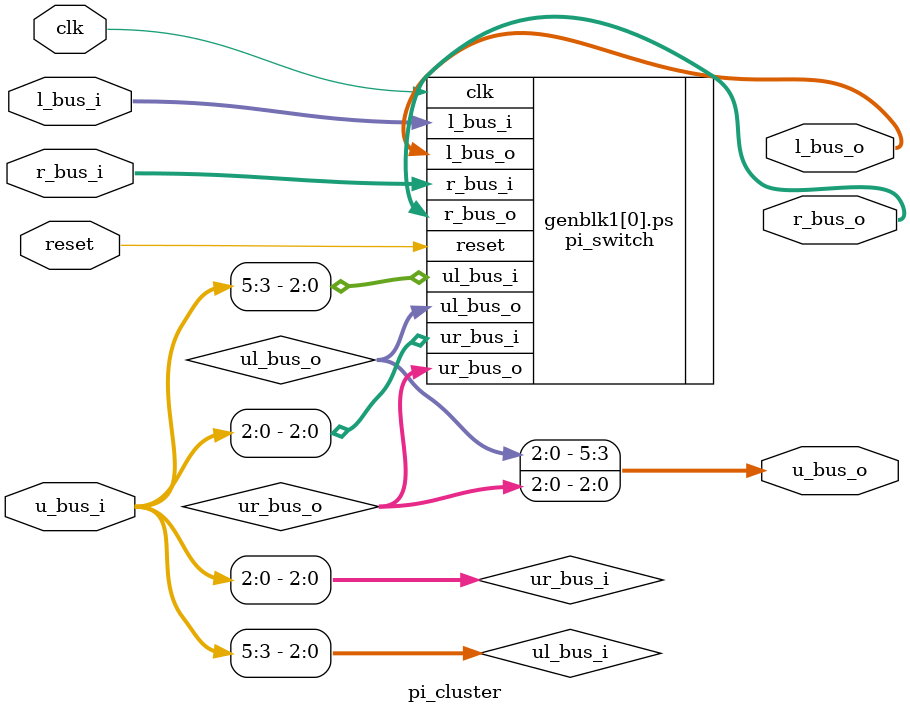
<source format=v>
module pi_cluster (
	input clk,
	input reset,
	input [num_switches*p_sz-1:0] l_bus_i,
	input [num_switches*p_sz-1:0] r_bus_i,
	input [2*num_switches*p_sz-1:0] u_bus_i,
	output [num_switches*p_sz-1:0] l_bus_o,
	output [num_switches*p_sz-1:0] r_bus_o,
	output [2*num_switches*p_sz-1:0] u_bus_o
	);
	// Override these values in top modules
	parameter num_leaves= 2;
	parameter payload_sz= 1;
	parameter addr= 1'b0;
	parameter level= 1; // only change if level == 0
	parameter p_sz= 1+$clog2(num_leaves)+payload_sz; //packet size
	parameter num_switches= 1;

	wire [num_switches*p_sz-1:0] ul_bus_i;
	wire [num_switches*p_sz-1:0] ur_bus_i;
	wire [num_switches*p_sz-1:0] ul_bus_o;
	wire [num_switches*p_sz-1:0] ur_bus_o;
	
	assign {ul_bus_i, ur_bus_i} = u_bus_i;
	assign u_bus_o= {ul_bus_o, ur_bus_o};
	genvar i;
	generate
	for (i= 0; i < num_switches; i= i + 1) begin
		pi_switch #(
			.num_leaves(num_leaves),
			.payload_sz(payload_sz),
			.addr(addr),
			.level(level),
			.p_sz(p_sz))
			ps (
				.clk(clk),
				.reset(reset),
				.l_bus_i(l_bus_i[i*p_sz+:p_sz]),
				.r_bus_i(r_bus_i[i*p_sz+:p_sz]),
				.ul_bus_i(ul_bus_i[i*p_sz+:p_sz]),
				.ur_bus_i(ur_bus_i[i*p_sz+:p_sz]),
				.l_bus_o(l_bus_o[i*p_sz+:p_sz]),
				.r_bus_o(r_bus_o[i*p_sz+:p_sz]),
				.ul_bus_o(ul_bus_o[i*p_sz+:p_sz]),
				.ur_bus_o(ur_bus_o[i*p_sz+:p_sz]));
	end
	endgenerate
endmodule	

</source>
